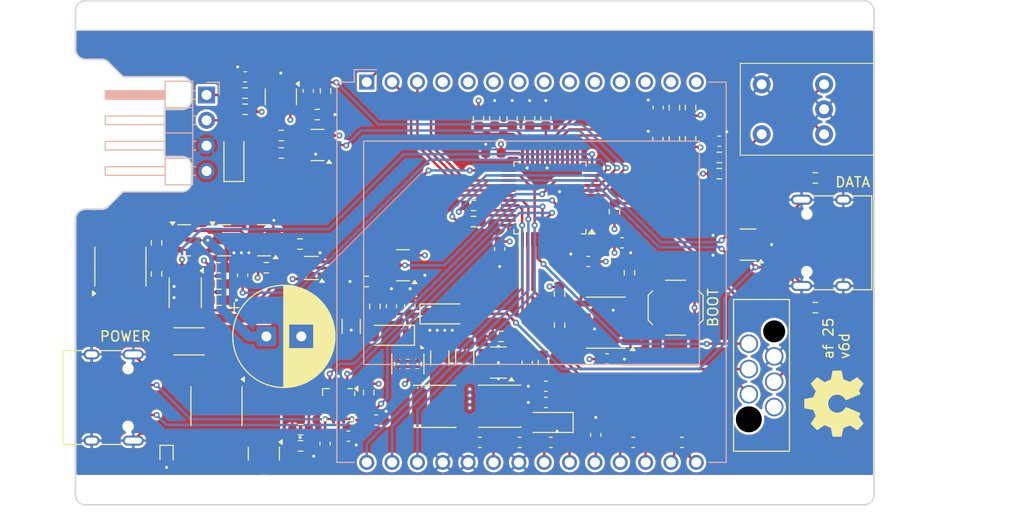
<source format=kicad_pcb>
(kicad_pcb (version 20241229) (generator "pcbnew") (generator_version "9.0")
  (title_block (title "loeti") (date "2025-09-03") (rev "6d") (company "elagil") (comment 1 "Fits Hammond mfg. case 1455C801/1455C802") (comment 2 "USB impedance matched for substrate: JLC04161H-7628"))
  (layers (0 "F.Cu" mixed) (4 "In1.Cu" power) (6 "In2.Cu" power) (2 "B.Cu" mixed) (13 "F.Paste" user) (15 "B.Paste" user) (5 "F.SilkS" user "F.Silkscreen") (7 "B.SilkS" user "B.Silkscreen") (1 "F.Mask" user) (3 "B.Mask" user) (25 "Edge.Cuts" user))
  (net 0 "")
  (net 1 "+3V3")
  (net 2 "GND")
  (net 3 "VDC")
  (net 4 "Net-(D4-COM)")
  (net 5 "/ADC1_IN4")
  (net 6 "Net-(U11--)")
  (net 7 "Net-(U11-+)")
  (net 9 "Net-(D6-K)")
  (net 10 "Net-(J2-D+-PadA6)")
  (net 13 "/UCPD_CC1")
  (net 14 "Net-(Q1-G)")
  (net 15 "Net-(Q2-B)")
  (net 16 "/UCPD_CC2")
  (net 17 "Net-(Q6-G)")
  (net 18 "Net-(Q4-B)")
  (net 19 "/OLED_VCC")
  (net 20 "/SHUNT-")
  (net 21 "Net-(Q2-E)")
  (net 22 "Net-(U5-VBUS_CTRL)")
  (net 23 "Net-(U5-~{FLT})")
  (net 24 "Net-(D8-A)")
  (net 25 "Net-(J2-CC1)")
  (net 26 "/_USB_D_N")
  (net 27 "/USB_D_N")
  (net 28 "/USB_D_P")
  (net 29 "/_USB_D_P")
  (net 30 "/NRST")
  (net 31 "/BOOT0")
  (net 32 "Net-(J2-CC2)")
  (net 33 "/SWO")
  (net 34 "/TMS")
  (net 35 "/OLED_D_C")
  (net 36 "Net-(J2-D--PadA7)")
  (net 37 "/TCK")
  (net 38 "/OLED_NRST")
  (net 40 "/I2C1_SDA")
  (net 41 "/I2C1_SCL")
  (net 42 "/ROT_A")
  (net 43 "/ROT_B")
  (net 44 "/ROT_SW")
  (net 45 "Net-(U2-C1P)")
  (net 46 "Net-(U2-C1N)")
  (net 47 "Net-(U2-C2P)")
  (net 48 "Net-(U2-C2N)")
  (net 49 "Net-(U2-VCOMH)")
  (net 61 "VBUS")
  (net 62 "/CC2")
  (net 63 "/CC1")
  (net 65 "/VREF+")
  (net 67 "/UCPD_DB")
  (net 68 "/ADC2_IN1")
  (net 69 "/SPI2_SCK")
  (net 70 "/SPI2_NSS")
  (net 71 "/SPI2_MOSI")
  (net 72 "/SPI2_MISO")
  (net 73 "/DAC1_OUT1")
  (net 75 "/CURR_ALERT")
  (net 77 "/ADC2_IN2")
  (net 79 "/ADC1_IN3")
  (net 82 "/TC+")
  (net 84 "/HEATER")
  (net 86 "/DET")
  (net 88 "/TIM1_CH1")
  (net 89 "/VDDA")
  (net 93 "+5VP")
  (net 94 "Net-(U8-SW)")
  (net 96 "Net-(R12-Pad2)")
  (net 98 "Net-(R11-Pad2)")
  (net 99 "Net-(R13-Pad2)")
  (net 100 "Net-(R22-Pad1)")
  (net 101 "Net-(U9-OUT)")
  (net 102 "Net-(U10-FB)")
  (footprint "Diode_SMD:D_SOD-123" (layer "F.Cu") (at 122.75 87.25 90)
    (property "Reference" "D5" (hide yes))
    (property "Value" "B5819W SL")
  )
  (footprint "Package_TO_SOT_SMD:SOT-23" (layer "F.Cu") (at 125.767065 95.5 180)
    (property "Reference" "Q4" (hide yes))
    (property "Value" "BC817")
  )
  (footprint "Resistor_SMD:R_0603_1608Metric" (layer "F.Cu") (at 115 95.75 -90)
    (property "Reference" "R18" (hide yes))
    (property "Value" "1k")
  )
  (footprint "Resistor_SMD:R_2010_5025Metric" (layer "F.Cu") (at 118.25 105.625 180)
    (property "Reference" "R27" (hide yes))
    (property "Value" "WSLP2010R0100FEA")
  )
  (footprint "Capacitor_THT:CP_Radial_D10.0mm_P3.50mm" (layer "F.Cu") (at 126 105.125)
    (property "Reference" "C26" (hide yes))
    (property "Value" "82u")
  )
  (footprint "Package_TO_SOT_SMD:SOT-23" (layer "F.Cu") (at 117.767065 95.5)
    (property "Reference" "Q2" (hide yes))
    (property "Value" "BC817")
  )
  (footprint "Package_TO_SOT_SMD:SOT-23" (layer "F.Cu") (at 121.767065 95.5)
    (property "Reference" "Q5" (hide yes))
    (property "Value" "BC807")
  )
  (footprint "Resistor_SMD:R_0603_1608Metric" (layer "F.Cu") (at 126 98.25 180)
    (property "Reference" "R30" (hide yes))
    (property "Value" "10k")
  )
  (footprint "Resistor_SMD:R_0603_1608Metric" (layer "F.Cu") (at 121.25 101.5 180)
    (property "Reference" "R29" (hide yes))
    (property "Value" "25k")
  )
  (footprint "Resistor_SMD:R_0603_1608Metric" (layer "F.Cu") (at 115 98.875 -90)
    (property "Reference" "R21" (hide yes))
    (property "Value" "1")
  )
  (footprint "Package_SO:VSSOP-8_3x3mm_P0.65mm" (layer "F.Cu") (at 117.875 100.75 -90)
    (property "Reference" "U9" (hide yes))
    (property "Value" "INA301A1")
  )
  (footprint "Package_TO_SOT_SMD:SOT-353_SC-70-5" (layer "F.Cu") (at 130.5 98.275 180)
    (property "Reference" "U6" (hide yes))
    (property "Value" "74AHC1G08")
  )
  (footprint "Resistor_SMD:R_0603_1608Metric" (layer "F.Cu") (at 129.375 95.875 180)
    (property "Reference" "R22" (hide yes))
    (property "Value" "1k")
  )
  (footprint "Capacitor_SMD:C_0603_1608Metric" (layer "F.Cu") (at 123.625 99 90)
    (property "Reference" "C33" (hide yes))
    (property "Value" "100n")
  )
  (footprint "Resistor_SMD:R_0603_1608Metric" (layer "F.Cu") (at 121.25 99.875 180)
    (property "Reference" "R28" (hide yes))
    (property "Value" "10k")
  )
  (footprint "Capacitor_SMD:C_0603_1608Metric" (layer "F.Cu") (at 165.25 82.2 90)
    (property "Reference" "C24" (hide yes))
    (property "Value" "100n")
  )
  (footprint "Capacitor_SMD:C_0603_1608Metric" (layer "F.Cu") (at 154 110.125)
    (property "Reference" "C6" (hide yes))
    (property "Value" "1u")
  )
  (footprint "Capacitor_SMD:C_0603_1608Metric" (layer "F.Cu") (at 154.5 115.75 180)
    (property "Reference" "C11" (hide yes))
    (property "Value" "1u")
  )
  (footprint "Capacitor_SMD:C_0603_1608Metric" (layer "F.Cu") (at 140.375 102.1 -90)
    (property "Reference" "C13" (hide yes))
    (property "Value" "1u")
  )
  (footprint "Package_SON:WSON-10-1EP_2x3mm_P0.5mm_EP0.84x2.4mm_ThermalVias" (layer "F.Cu") (at 140.175 107.890661 -90)
    (property "Reference" "U8" (hide yes))
    (property "Value" "TPS62177DQC")
  )
  (footprint "Package_SO:SOIC-8_3.9x4.9mm_P1.27mm" (layer "F.Cu") (at 160 103.75 180)
    (property "Reference" "U3" (hide yes))
    (property "Value" "M24C64-RMN")
  )
  (footprint "Connector_USB:USB_C_Receptacle_HRO_TYPE-C-31-M-12" (layer "F.Cu") (at 182.75 95.75 90)
    (property "Reference" "J2" (hide yes))
    (property "Value" "DATA")
  )
  (footprint "Button_Switch_SMD:SW_SPST_TL3342" (layer "F.Cu") (at 167 102.25 90)
    (property "Reference" "SW1" (hide yes))
    (property "Value" "BOOT")
  )
  (footprint "Inductor_SMD:L_Abracon_ASPI-0425" (layer "F.Cu") (at 149.375 112.125)
    (property "Reference" "L2" (hide yes))
    (property "Value" "LMDND4040WKT100MM")
  )
  (footprint "Diode_SMD:D_SOD-123" (layer "F.Cu") (at 138.475 105.015661 180)
    (property "Reference" "D6" (hide yes))
    (property "Value" "B5819W SL")
  )
  (footprint "Capacitor_SMD:C_0603_1608Metric" (layer "F.Cu") (at 149.375 96.375 -90)
    (property "Reference" "C21" (hide yes))
    (property "Value" "100n")
  )
  (footprint "Resistor_SMD:R_0603_1608Metric" (layer "F.Cu") (at 160.875 92.625 90)
    (property "Reference" "R4" (hide yes))
    (property "Value" "10k")
  )
  (footprint "Resistor_SMD:R_0603_1608Metric" (layer "F.Cu") (at 168.5 85.325 90)
    (property "Reference" "R12" (hide yes))
    (property "Value" "10k")
  )
  (footprint "Resistor_SMD:R_0603_1608Metric" (layer "F.Cu") (at 181 102.25)
    (property "Reference" "R33" (hide yes))
    (property "Value" "5.1k")
  )
  (footprint "Capacitor_SMD:C_0603_1608Metric" (layer "F.Cu") (at 162.75 115.75 180)
    (property "Reference" "C9" (hide yes))
    (property "Value" "1u")
  )
  (footprint "Package_SO:SOIC-8_3.9x4.9mm_P1.27mm" (layer "F.Cu") (at 121 112.125 -90)
    (property "Reference" "Q1" (hide yes))
    (property "Value" "Si4162DY")
  )
  (footprint "Resistor_SMD:R_0603_1608Metric" (layer "F.Cu") (at 136.875 102.125 90)
    (property "Reference" "R5" (hide yes))
    (property "Value" "220k")
  )
  (footprint "Capacitor_SMD:C_0603_1608Metric" (layer "F.Cu") (at 158.25 97.625 180)
    (property "Reference" "C19" (hide yes))
    (property "Value" "100n")
  )
  (footprint "Capacitor_SMD:C_0603_1608Metric" (layer "F.Cu") (at 123.875 79.125 180)
    (property "Reference" "C30" (hide yes))
    (property "Value" "~")
  )
  (footprint "Resistor_SMD:R_0603_1608Metric" (layer "F.Cu") (at 129.425 114.475)
    (property "Reference" "R20" (hide yes))
    (property "Value" "620")
  )
  (footprint "Capacitor_SMD:C_0603_1608Metric" (layer "F.Cu") (at 161.625 95.75)
    (property "Reference" "C20" (hide yes))
    (property "Value" "100n")
  )
  (footprint "Capacitor_SMD:C_0603_1608Metric" (layer "F.Cu") (at 154 83.25 -90)
    (property "Reference" "C15" (hide yes))
    (property "Value" "100n")
  )
  (footprint "Capacitor_SMD:C_0603_1608Metric" (layer "F.Cu") (at 160.125 107.375)
    (property "Reference" "C1" (hide yes))
    (property "Value" "100n")
  )
  (footprint "Package_TO_SOT_SMD:SOT-23-6" (layer "F.Cu") (at 174.25 95.93 180)
    (property "Reference" "U1" (hide yes))
    (property "Value" "USBLC6-2SC6")
  )
  (footprint "Capacitor_SMD:C_0603_1608Metric" (layer "F.Cu") (at 148.875 83.25 -90)
    (property "Reference" "C3" (hide yes))
    (property "Value" "1u")
  )
  (footprint "Resistor_SMD:R_0603_1608Metric" (layer "F.Cu") (at 123.875 82.375 180)
    (property "Reference" "R23" (hide yes))
    (property "Value" "1M")
  )
  (footprint "Capacitor_SMD:C_0603_1608Metric" (layer "F.Cu") (at 152.130936 107.75 90)
    (property "Reference" "C35" (hide yes))
    (property "Value" "22p")
  )
  (footprint "Package_DFN_QFN:QFN-12-1EP_3x3mm_P0.51mm_EP1.45x1.45mm" (layer "F.Cu") (at 133.24 111.96875 -90)
    (property "Reference" "U5" (hide yes))
    (property "Value" "TCPP01-M12")
  )
  (footprint "Capacitor_SMD:C_0603_1608Metric" (layer "F.Cu") (at 131.88 115.875 -90)
    (property "Reference" "C18" (hide yes))
    (property "Value" "330p")
  )
  (footprint "Resistor_SMD:R_0603_1608Metric" (layer "F.Cu") (at 166.875 82.2 90)
    (property "Reference" "R16" (hide yes))
    (property "Value" "10k")
  )
  (footprint "Resistor_SMD:R_0603_1608Metric" (layer "F.Cu") (at 162.375 98.75 -90)
    (property "Reference" "R8" (hide yes))
    (property "Value" "10k")
  )
  (footprint "Resistor_SMD:R_0603_1608Metric" (layer "F.Cu") (at 153.755936 107.75 90)
    (property "Reference" "R31" (hide yes))
    (property "Value" "2M")
  )
  (footprint "Rotary_Encoder:RotaryEncoder_Bourns_Horizontal_PEC09-2xxxF-Sxxxx" (layer "F.Cu") (at 181.875 84.875)
    (property "Reference" "SW2" (hide yes))
    (property "Value" "RotaryEncoder_Switch")
  )
  (footprint "Resistor_SMD:R_0603_1608Metric" (layer "F.Cu") (at 131.1 82.9)
    (property "Reference" "R26" (hide yes))
    (property "Value" "1k")
  )
  (footprint "Resistor_SMD:R_0603_1608Metric" (layer "F.Cu") (at 171.375 87.2)
    (property "Reference" "R15" (hide yes))
    (property "Value" "10k")
  )
  (footprint "Capacitor_SMD:C_0603_1608Metric" (layer "F.Cu") (at 159 115 -90)
    (property "Reference" "C7" (hide yes))
    (property "Value" "100n")
  )
  (footprint "Package_TO_SOT_SMD:SOT-23-5" (layer "F.Cu") (at 149.25 107.75 180)
    (property "Reference" "U10" (hide yes))
    (property "Value" "TPS61040DBV")
  )
  (footprint "Capacitor_SMD:C_0603_1608Metric" (layer "F.Cu") (at 151.375 115.75)
    (property "Reference" "C12" (hide yes))
    (property "Value" "1u")
  )
  (footprint "Inductor_SMD:L_0603_1608Metric" (layer "F.Cu") (at 147.25 83.25 -90)
    (property "Reference" "FB1" (hide yes))
    (property "Value" "600@100MHz")
  )
  (footprint "Resistor_SMD:R_0603_1608Metric" (layer "F.Cu") (at 146.75 92)
    (property "Reference" "R1" (hide yes))
    (property "Value" "33")
  )
  (footprint "Package_TO_SOT_SMD:SOT-23" (layer "F.Cu") (at 131.125 85.95 180)
    (property "Reference" "D2" (hide yes))
    (property "Value" "BAT54S")
  )
  (footprint "Resistor_SMD:R_0603_1608Metric" (layer "F.Cu") (at 166.875 85.325 -90)
    (property "Reference" "R14" (hide yes))
    (property "Value" "10k")
  )
  (footprint "Resistor_SMD:R_0603_1608Metric" (layer "F.Cu") (at 136.255 110.75 -90)
    (property "Reference" "R19" (hide yes))
    (property "Value" "10k")
  )
  (footprint "connector_debug:WR-WST REDFIT IDC 6 DBG" (layer "F.Cu") (at 175.605 109.03 -90)
    (property "Reference" "J1" (hide yes))
    (property "Value" "REDFIT_SWD_6")
  )
  (footprint "Capacitor_SMD:C_0603_1608Metric" (layer "F.Cu") (at 137.005 113.5)
    (property "Reference" "C17" (hide yes))
    (property "Value" "330p")
  )
  (footprint "Capacitor_SMD:C_0603_1608Metric" (layer "F.Cu") (at 150.625 83.25 90)
    (property "Reference" "C4" (hide yes))
    (property "Value" "100n")
  )
  (footprint "Package_TO_SOT_SMD:SOT-23" (layer "F.Cu") (at 139.6875 98 180)
    (property "Reference" "D1" (hide yes))
    (property "Value" "BAT54S")
  )
  (footprint "Resistor_SMD:R_0603_1608Metric" (layer "F.Cu") (at 146.75 93.625)
    (property "Reference" "R2" (hide yes))
    (property "Value" "33")
  )
  (footprint "Diode_SMD:D_SOD-123" (layer "F.Cu") (at 143.75 102.875)
    (property "Reference" "D7" (hide yes))
    (property "Value" "B5819W SL")
  )
  (footprint "Capacitor_SMD:C_0603_1608Metric" (layer "F.Cu") (at 171.375 85.575)
    (property "Reference" "C25" (hide yes))
    (property "Value" "100n")
  )
  (footprint "Capacitor_SMD:C_0603_1608Metric" (layer "F.Cu") (at 147.375 115.75)
    (property "Reference" "C8" (hide yes))
    (property "Value" "100n")
  )
  (footprint "Resistor_SMD:R_0603_1608Metric" (layer "F.Cu") (at 127.5 85 180)
    (property "Reference" "R9" (hide yes))
    (property "Value" "10k")
  )
  (footprint "Resistor_SMD:R_0603_1608Metric" (layer "F.Cu") (at 127.5 86.75)
    (property "Reference" "R10" (hide yes))
    (property "Value" "10k")
  )
  (footprint "Resistor_SMD:R_0603_1608Metric" (layer "F.Cu") (at 131.925 80.525 -90)
    (property "Reference" "R25" (hide yes))
    (property "Value" "220k")
  )
  (footprint "Resistor_SMD:R_0603_1608Metric" (layer "F.Cu") (at 123.875 80.75)
    (property "Reference" "R24" (hide yes))
    (property "Value" "10k")
  )
  (footprint "Connector_USB:USB_C_Receptacle_HRO_TYPE-C-31-M-12" (layer "F.Cu") (at 109.54 111.25 -90)
    (property "Reference" "J3" (hide yes))
    (property "Value" "POWER")
  )
  (footprint "Resistor_SMD:R_0603_1608Metric" (layer "F.Cu") (at 155.375 100.875 90)
    (property "Reference" "R6" (hide yes))
    (property "Value" "10k")
  )
  (footprint "Diode_SMD:ST_QFN-2L_1.6x1.0mm" (layer "F.Cu") (at 116 117 -90)
    (property "Reference" "D3" (hide yes))
    (property "Value" "ESDA25P35-1U1M")
  )
  (footprint "Resistor_SMD:R_0603_1608Metric" (layer "F.Cu") (at 171.375 88.825)
    (property "Reference" "R13" (hide yes))
    (property "Value" "10k")
  )
  (footprint "Resistor_SMD:R_0603_1608Metric" (layer "F.Cu") (at 149.5 105.125 180)
    (property "Reference" "R32" (hide yes))
    (property "Value" "220k")
  )
  (footprint "Package_TO_SOT_SMD:SOT-23-5" (layer "F.Cu") (at 127.45 81.125 -90)
    (property "Reference" "U11" (hide yes))
    (property "Value" "TLV333DBV")
  )
  (footprint "Package_QFP:LQFP-48_7x7mm_P0.5mm" (layer "F.Cu") (at 154.4125 91.25 180)
    (property "Reference" "U4" (hide yes))
    (property "Value" "STM32G431CBTx")
  )
  (footprint "Symbol:OSHW-Symbol_6.7x6mm_SilkScreen" (layer "F.Cu") (at 182.875 111.875 90)
    (property "Reference" "oshw1" (hide yes))
    (property "Value" "Logo_Open_Hardware_Large" (hide yes))
  )
  (footprint "Capacitor_SMD:C_1206_3216Metric" (layer "F.Cu") (at 143.375 107.290661 90)
    (property "Reference" "C31" (hide yes))
    (property "Value" "10u")
  )
  (footprint "Resistor_SMD:R_0603_1608Metric" (layer "F.Cu") (at 181 89.25)
    (property "Reference" "R34" (hide yes))
    (property "Value" "5.1k")
  )
  (footprint "Capacitor_SMD:C_0603_1608Metric" (layer "F.Cu") (at 167.625 115.75)
    (property "Reference" "C10" (hide yes))
    (property "Value" "1u")
  )
  (footprint "Resistor_SMD:R_0603_1608Metric" (layer "F.Cu") (at 129.425 116.1 180)
    (property "Reference" "R17" (hide yes))
    (property "Value" "10k")
  )
  (footprint "Capacitor_SMD:C_0603_1608Metric" (layer "F.Cu") (at 121.25 98.25)
    (property "Reference" "C34" (hide yes))
    (property "Value" "100n")
  )
  (footprint "Capacitor_SMD:C_1206_3216Metric" (layer "F.Cu") (at 134.5 104.125 -90)
    (property "Reference" "C27" (hide yes))
    (property "Value" "10u")
  )
  (footprint "Resistor_SMD:R_0603_1608Metric" (layer "F.Cu") (at 155.375 104 -90)
    (property "Reference" "R3" (hide yes))
    (property "Value" "10k")
  )
  (footprint "Diode_SMD:D_SOD-123" (layer "F.Cu") (at 154.375 113.75 180)
    (property "Reference" "D8" (hide yes))
    (property "Value" "B5819W SL")
  )
  (footprint "Capacitor_SMD:C_0603_1608Metric" (layer "F.Cu") (at 134.225 115.125 180)
    (property "Reference" "C28" (hide yes))
    (property "Value" "100n")
  )
  (footprint "Resistor_SMD:R_0603_1608Metric" (layer "F.Cu") (at 168.5 82.2 90)
    (property "Reference" "R11" (hide yes))
    (property "Value" "10k")
  )
  (footprint "Capacitor_SMD:C_0603_1608Metric" (layer "F.Cu") (at 152.375 83.25 -90)
    (property "Reference" "C16" (hide yes))
    (property "Value" "1u")
  )
  (footprint "Capacitor_SMD:C_0603_1608Metric" (layer "F.Cu") (at 154 111.75)
    (property "Reference" "C5" (hide yes))
    (property "Value" "1u")
  )
  (footprint "Capacitor_SMD:C_1206_3216Metric" (layer "F.Cu") (at 145.875 107.290661 90)
    (property "Reference" "C32" (hide yes))
    (property "Value" "10u")
  )
  (footprint "Package_SO:SOIC-8_3.9x4.9mm_P1.27mm" (layer "F.Cu") (at 111.375 98.125 90)
    (property "Reference" "Q6" (hide yes))
    (property "Value" "Si4425FDY")
  )
  (footprint "Capacitor_SMD:C_0603_1608Metric" (layer "F.Cu") (at 148.75 86.75 180)
    (property "Reference" "C22" (hide yes))
    (property "Value" "100n")
  )
  (footprint "Capacitor_SMD:C_0603_1608Metric" (layer "F.Cu") (at 130.2 80.525 -90)
    (property "Reference" "C29" (hide yes))
    (property "Value" "330p")
  )
  (footprint "Capacitor_SMD:C_0603_1608Metric" (layer "F.Cu") (at 165.23 85.325 90)
    (property "Reference" "C23" (hide yes))
    (property "Value" "100n")
  )
  (footprint "Resistor_SMD:R_0603_1608Metric" (layer "F.Cu") (at 136 99.625)
    (property "Reference" "R7" (hide yes))
    (property "Value" "33k")
  )
  (footprint "Package_TO_SOT_SMD:SOT-23" (layer "F.Cu") (at 125.75 116.875 -90)
    (property "Reference" "D4" (hide yes))
    (property "Value" "BAT54S")
  )
  (footprint "Inductor_SMD:L_Abracon_ASPI-0425" (layer "F.Cu") (at 142.875 112.140661)
    (property "Reference" "L1" (hide yes))
    (property "Value" "LMDND4040WKT100MM")
  )
  (footprint "Capacitor_SMD:C_0603_1608Metric" (layer "F.Cu") (at 138.53 102.1 -90)
    (property "Reference" "C14" (hide yes))
    (property "Value" "1u")
  )
  (footprint "Connector_PinHeader_2.54mm:PinHeader_1x04_P2.54mm_Horizontal" (layer "B.Cu") (at 120.01 80.94 180)
    (property "Reference" "J4" (hide yes))
    (property "Value" "Conn_01x04_Pin")
  )
  (footprint "display_visions:EA_OLEDS102-6" (layer "B.Cu") (at 152.565 98.7 -90)
    (property "Reference" "U2" (hide yes))
    (property "Value" "EA_OLEDS102-6")
  )
  (gr_line (start 106.875 93.375) (end 106.875 121) (stroke (width 0.15)) (layer "Edge.Cuts"))
  (gr_line (start 115.775 87.125) (end 117.5 87.125) (stroke (width 0.15)) (layer "Edge.Cuts"))
  (gr_line (start 118.5 80.125) (end 118.5 81.375) (stroke (width 0.15)) (layer "Edge.Cuts"))
  (gr_line (start 106.875 72.5) (end 106.875 76.375) (stroke (width 0.15)) (layer "Edge.Cuts"))
  (gr_line (start 186.875 121) (end 186.875 72.5) (stroke (width 0.15)) (layer "Edge.Cuts"))
  (gr_arc (start 118.5 81.375) (mid 118.207107 82.082107) (end 117.5 82.375) (stroke (width 0.15)) (layer "Edge.Cuts"))
  (gr_line (start 118.5 88.125) (end 118.5 89.625) (stroke (width 0.15)) (layer "Edge.Cuts"))
  (gr_arc (start 185.875 71.5) (mid 186.582107 71.792893) (end 186.875 72.5) (stroke (width 0.15)) (layer "Edge.Cuts"))
  (gr_line (start 107.875 77.375) (end 109.460786 77.375) (stroke (width 0.15)) (layer "Edge.Cuts"))
  (gr_line (start 111.625 90.625) (end 110.167893 92.082107) (stroke (width 0.15)) (layer "Edge.Cuts"))
  (gr_line (start 185.875 71.5) (end 107.875 71.5) (stroke (width 0.15)) (layer "Edge.Cuts"))
  (gr_arc (start 117.5 87.125) (mid 118.207107 87.417893) (end 118.5 88.125) (stroke (width 0.15)) (layer "Edge.Cuts"))
  (gr_arc (start 186.875 121) (mid 186.582107 121.707107) (end 185.875 122) (stroke (width 0.15)) (layer "Edge.Cuts"))
  (gr_arc (start 107.875 122) (mid 107.167893 121.707107) (end 106.875 121) (stroke (width 0.15)) (layer "Edge.Cuts"))
  (gr_arc (start 118.5 89.625) (mid 118.207107 90.332107) (end 117.5 90.625) (stroke (width 0.15)) (layer "Edge.Cuts"))
  (gr_line (start 117.5 82.375) (end 115.775 82.375) (stroke (width 0.15)) (layer "Edge.Cuts"))
  (gr_arc (start 107.875 77.375) (mid 107.167893 77.082107) (end 106.875 76.375) (stroke (width 0.15)) (layer "Edge.Cuts"))
  (gr_arc (start 110.167893 92.082107) (mid 109.843469 92.298875) (end 109.460786 92.375) (stroke (width 0.15)) (layer "Edge.Cuts"))
  (gr_arc (start 106.875 93.375) (mid 107.167893 92.667893) (end 107.875 92.375) (stroke (width 0.15)) (layer "Edge.Cuts"))
  (gr_arc (start 109.460786 77.375) (mid 109.843469 77.45112) (end 110.167893 77.667893) (stroke (width 0.15)) (layer "Edge.Cuts"))
  (gr_line (start 117.5 90.625) (end 111.625 90.625) (stroke (width 0.15)) (layer "Edge.Cuts"))
  (gr_line (start 107.875 122) (end 185.875 122) (stroke (width 0.15)) (layer "Edge.Cuts"))
  (gr_arc (start 117.5 79.125) (mid 118.207107 79.417893) (end 118.5 80.125) (stroke (width 0.15)) (layer "Edge.Cuts"))
  (gr_line (start 107.875 92.375) (end 109.460786 92.375) (stroke (width 0.15)) (layer "Edge.Cuts"))
  (gr_line (start 111.625 79.125) (end 110.167893 77.667893) (stroke (width 0.15)) (layer "Edge.Cuts"))
  (gr_arc (start 106.875 72.5) (mid 107.167893 71.792893) (end 107.875 71.5) (stroke (width 0.15)) (layer "Edge.Cuts"))
  (gr_line (start 115.775 82.375) (end 115.775 87.125) (stroke (width 0.15)) (layer "Edge.Cuts"))
  (gr_line (start 117.5 79.125) (end 111.625 79.125) (stroke (width 0.15)) (layer "Edge.Cuts"))
  (gr_text "af 25\nv6d" (at 184.5 107.5 90) (layer "F.SilkS") (effects (font (size 1 1)) (justify left bottom)))
  (segment (start 168.9 99.1) (end 168.9 102.25) (width 0.25) (layer "F.Cu") (net 1))
  (segment (start 160 97.625) (end 159.025 97.625) (width 0.25) (layer "F.Cu") (net 1))
  (segment (start 158.575 94.7) (end 159.625 95.75) (width 0.25) (layer "F.Cu") (net 1))
  (segment (start 159.025 96.525) (end 157.9125 95.4125) (width 0.25) (layer "F.Cu") (net 1))
  (segment (start 158.83 105.705) (end 157.475 105.705) (width 0.25) (layer "F.Cu") (net 1))
  (segment (start 118.85 98.6375) (end 119.2375 98.25) (width 0.25) (layer "F.Cu") (net 1))
  (segment (start 168.5 83.025) (end 169.425 83.025) (width 0.25) (layer "F.Cu") (net 1))
  (segment (start 159.025 97.625) (end 159.025 96.525) (width 0.25) (layer "F.Cu") (net 1))
  (segment (start 141.175 108.890661) (end 143.25 108.890661) (width 0.25) (layer "F.Cu") (net 1))
  (segment (start 160.875 93.45) (end 160.875 94.375) (width 0.25) (layer "F.Cu") (net 1))
  (segment (start 136.255 109.925) (end 135.55 109.925) (width 0.25) (layer "F.Cu") (net 1))
  (segment (start 139.875 109.890661) (end 140.175 109.590661) (width 0.25) (layer "F.Cu") (net 1))
  (segment (start 148.15 115.75) (end 148.755 116.355) (width 0.25) (layer "F.Cu") (net 1))
  (segment (start 159.35 106.225) (end 158.83 105.705) (width 0.25) (layer "F.Cu") (net 1))
  (segment (start 155.25 100.175) (end 154.425 100.175) (width 0.25) (layer "F.Cu") (net 1))
  (segment (start 158.375 107.405) (end 159.32 107.405) (width 0.25) (layer "F.Cu") (net 1))
  (segment (start 149.525 85.9) (end 149.525 86.6) (width 0.25) (layer "F.Cu") (net 1))
  (segment (start 119.75 97.525) (end 120.475 98.25) (width 0.25) (layer "F.Cu") (net 1))
  (segment (start 128.525 85) (end 133.3125 85) (width 0.25) (layer "F.Cu") (net 1))
  (segment (start 150.25 94.725) (end 150.25 94) (width 0.25) (layer "F.Cu") (net 1))
  (segment (start 133.3125 85) (end 132.0625 85) (width 0.25) (layer "F.Cu") (net 1))
  (segment (start 125.125 99.25) (end 125.175 99.2) (width 0.25) (layer "F.Cu") (net 1))
  (segment (start 157.9125 95.4125) (end 157.1625 95.4125) (width 0.25) (layer "F.Cu") (net 1))
  (segment (start 128.625 99.375) (end 129.1 99.375) (width 0.25) (layer "F.Cu") (net 1))
  (segment (start 169.425 83.025) (end 169.5 82.95) (width 0.25) (layer "F.Cu") (net 1))
  (segment (start 156.205 105.655) (end 155.375 104.825) (width 0.25) (layer "F.Cu") (net 1))
  (segment (start 168.9 102.25) (end 168.9 105.4) (width 0.25) (layer "F.Cu") (net 1))
  (segment (start 150.375 95.625) (end 149.4 95.625) (width 0.25) (layer "F.Cu") (net 1))
  (segment (start 125.175 99.2) (end 125.175 98.25) (width 0.25) (layer "F.Cu") (net 1))
  (segment (start 119.2375 98.25) (end 120.475 98.25) (width 0.25) (layer "F.Cu") (net 1))
  (segment (start 169.45 86.15) (end 169.5 86.2) (width 0.25) (layer "F.Cu") (net 1))
  (segment (start 140.175 109.590661) (end 140.175 108.890661) (width 0.25) (layer "F.Cu") (net 1))
  (segment (start 170.55 88.825) (end 169.75 88.825) (width 0.25) (layer "F.Cu") (net 1))
  (segment (start 158.575 94) (end 158.575 94.7) (width 0.25) (layer "F.Cu") (net 1))
  (segment (start 157.525 105.655) (end 156.205 105.655) (width 0.25) (layer "F.Cu") (net 1))
  (segment (start 147.25 81.5) (end 147.25 82.4625) (width 0.25) (layer "F.Cu") (net 1))
  (segment (start 148.755 116.355) (end 148.755 117.75) (width 0.25) (layer "F.Cu") (net 1))
  (segment (start 149.375 95.6) (end 150.25 94.725) (width 0.25) (layer "F.Cu") (net 1))
  (segment (start 125.525 82.625) (end 124.95 82.625) (width 0.25) (layer "F.Cu") (net 1))
  (segment (start 160.875 96.75) (end 160.875 95.775) (width 0.25) (layer "F.Cu") (net 1))
  (segment (start 149.5 85.875) (end 149.525 85.9) (width 0.25) (layer "F.Cu") (net 1))
  (segment (start 149.525 86.75) (end 151.325 86.75) (width 0.25) (layer "F.Cu") (net 1))
  (segment (start 154.425 100.175) (end 154.375 100.125) (width 0.25) (layer "F.Cu") (net 1))
  (segment (start 141.875 97) (end 140.675 97) (width 0.25) (layer "F.Cu") (net 1))
  (segment (start 129.1 99.375) (end 129.55 98.925) (width 0.25) (layer "F.Cu") (net 1))
  (segment (start 135.55 109.925) (end 134.6775 110.7975) (width 0.25) (layer "F.Cu") (net 1))
  (segment (start 137.25 109.875) (end 136.305 109.875) (width 0.25) (layer "F.Cu") (net 1))
  (segment (start 159 117.54) (end 159 115.775) (width 0.25) (layer "F.Cu") (net 1))
  (segment (start 134.6775 110.7975) (end 134.6775 111.45875) (width 0.25) (layer "F.Cu") (net 1))
  (segment (start 159.625 95.75) (end 160.85 95.75) (width 0.25) (layer "F.Cu") (net 1))
  (segment (start 168.5 86.15) (end 169.45 86.15) (width 0.25) (layer "F.Cu") (net 1))
  (segment (start 151.325 86.75) (end 151.6625 87.0875) (width 0.25) (layer "F.Cu") (net 1))
  (segment (start 159.35 107.375) (end 159.35 106.225) (width 0.25) (layer "F.Cu") (net 1))
  (segment (start 128.4 83.425) (end 128.4 82.2625) (width 0.25) (layer "F.Cu") (net 1))
  (via (at 169.75 88.825) (size 0.6) (drill 0.3) (layers "F.Cu" "B.Cu") (net 1))
  (via (at 146.375 111.040661) (size 0.6) (drill 0.3) (layers "F.Cu" "B.Cu") (net 1))
  (via (at 146.375 112.290661) (size 0.6) (drill 0.3) (layers "F.Cu" "B.Cu") (net 1))
  (via (at 147.25 81.5) (size 0.6) (drill 0.3) (layers "F.Cu" "B.Cu") (net 1))
  (via (at 149.5 85.875) (size 0.6) (drill 0.3) (layers "F.Cu" "B.Cu") (net 1))
  (via (at 137.25 109.875) (size 0.6) (drill 0.3) (layers "F.Cu" "B.Cu") (net 1))
  (via (at 160.875 94.375) (size 0.6) (drill 0.3) (layers "F.Cu" "B.Cu") (net 1))
  (via (at 168.9 102.25) (size 0.6) (drill 0.3) (layers "F.Cu" "B.Cu") (net 1))
  (via (at 160.875 96.75) (size 0.6) (drill 0.3) (layers "F.Cu" "B.Cu") (net 1))
  (via (at 128.625 99.375) (size 0.6) (drill 0.3) (layers "F.Cu" "B.Cu") (net 1))
  (via (at 146.375 110.415661) (size 0.6) (drill 0.3) (layers "F.Cu" "B.Cu") (net 1))
  (via (at 160 97.625) (size 0.6) (drill 0.3) (layers "F.Cu" "B.Cu") (net 1))
  (via (at 139.875 109.890661) (size 0.6) (drill 0.3) (layers "F.Cu" "B.Cu") (net 1))
  (via (at 141.875 97) (size 0.6) (drill 0.3) (layers "F.Cu" "B.Cu") (net 1))
  (via (at 146.375 111.665661) (size 0.6) (drill 0.3) (layers "F.Cu" "B.Cu") (net 1))
  (via (at 154.375 100.125) (size 0.6) (drill 0.3) (layers "F.Cu" "B.Cu") (net 1))
  (via (at 119.75 97.525) (size 0.6) (drill 0.3) (layers "F.Cu" "B.Cu") (net 1))
  (via (at 125.525 82.625) (size 0.6) (drill 0.3) (layers "F.Cu" "B.Cu") (net 1))
  (via (at 125.125 99.25) (size 0.6) (drill 0.3) (layers "F.Cu" "B.Cu") (net 1))
  (via (at 150.375 95.625) (size 0.6) (drill 0.3) (layers "F.Cu" "B.Cu") (net 1))
  (via (at 169.5 86.2) (size 0.6) (drill 0.3) (layers "F.Cu" "B.Cu") (net 1))
  (via (at 128.4 83.425) (size 0.6) (drill 0.3) (layers "F.Cu" "B.Cu") (net 1))
  (via (at 169.5 82.95) (size 0.6) (drill 0.3) (layers "F.Cu" "B.Cu") (net 1))
  (via (at 133.3125 85) (size 0.6) (drill 0.3) (layers "F.Cu" "B.Cu") (net 1))
  (via (at 158.375 107.405) (size 0.6) (drill 0.3) (layers "F.Cu" "B.Cu") (net 1))
  (segment (start 113.585 114.655) (end 112.67 115.57) (width 0.25) (layer "F.Cu") (net 2))
  (segment (start 178.955 92.345) (end 179.62 91.68) (width 0.25) (layer "F.Cu") (net 2))
  (segment (start 139.175 106.890661) (end 139.175 107.840661) (width 0.25) (layer "F.Cu") (net 2))
  (segment (start 141.175 106.890661) (end 141.175 107.840661) (width 0.25) (layer "F.Cu") (net 2))
  (segment (start 178.955 99.155) (end 179.62 99.82) (width 0.25) (layer "F.Cu") (net 2))
  (segment (start 133.225 109.125) (end 133.24 109.14) (width 0.25) (layer "F.Cu") (net 2))
  (segment (start 133.24 109.14) (end 133.24 110.53125) (width 0.25) (layer "F.Cu") (net 2))
  (segment (start 148.625 94) (end 149.125 93.5) (width 0.25) (layer "F.Cu") (net 2))
  (segment (start 133.24 110.53125) (end 133.24 111.96875) (width 0.25) (layer "F.Cu") (net 2))
  (segment (start 139.175 108.890661) (end 139.175 107.940661) (width 0.25) (layer "F.Cu") (net 2))
  (segment (start 139.675 107.390661) (end 140.175 107.890661) (width 0.25) (layer "F.Cu") (net 2))
  (segment (start 175.3875 95.93) (end 176.625 95.93) (width 0.25) (layer "F.Cu") (net 2))
  (segment (start 113.585 107.845) (end 112.67 106.93) (width 0.25) (layer "F.Cu") (net 2))
  (segment (start 139.675 106.890661) (end 139.675 107.390661) (width 0.25) (layer "F.Cu") (net 2))
  (segment (start 150.25 93.5) (end 149.125 93.5) (width 0.25) (layer "F.Cu") (net 2))
  (via (at 154.125 88.25) (size 0.6) (drill 0.3) (layers "F.Cu" "B.Cu") (net 2))
  (via (at 155.125 114.625) (size 0.6) (drill 0.3) (layers "F.Cu" "B.Cu") (net 2))
  (via (at 143.125 104.515661) (size 0.6) (drill 0.3) (layers "F.Cu" "B.Cu") (net 2))
  (via (at 147.975 85.875) (size 0.6) (drill 0.3) (layers "F.Cu" "B.Cu") (net 2))
  (via (at 160.75 102.5) (size 0.6) (drill 0.3) (layers "F.Cu" "B.Cu") (net 2))
  (via (at 161.875 107.405) (size 0.6) (drill 0.3) (layers "F.Cu" "B.Cu") (net 2))
  (via (at 164.25 84.575) (size 0.6) (drill 0.3) (layers "F.Cu" "B.Cu") (net 2))
  (via (at 134.5 104.5) (size 0.6) (drill 0.3) (layers "F.Cu" "B.Cu") (net 2))
  (via (at 133.225 109.125) (size 0.6) (drill 0.3) (layers "F.Cu" "B.Cu") (net 2))
  (via (at 143.875 104.515661) (size 0.6) (drill 0.3) (layers "F.Cu" "B.Cu") (net 2))
  (via (at 127.45 78.75) (size 0.6) (drill 0.3) (layers "F.Cu" "B.Cu") (net 2))
  (via (at 140.405 100.35) (size 0.6) (drill 0.3) (layers "F.Cu" "B.Cu") (net 2))
  (via (at 176.625 95.93) (size 0.6) (drill 0.3) (layers "F.Cu" "B.Cu") (net 2))
  (via (at 164.25 81.45) (size 0.6) (drill 0.3) (layers "F.Cu" "B.Cu") (net 2))
  (via (at 124.25 96.75) (size 0.6) (drill 0.3) (layers "F.Cu" "B.Cu") (net 2))
  (via (at 138 112.625) (size 0.6) (drill 0.3) (layers "F.Cu" "B.Cu") (net 2))
  (via (at 116.75 101.25) (size 0.6) (drill 0.3) (layers "F.Cu" "B.Cu") (net 2))
  (via (at 156.5 96.875) (size 0.6) (drill 0.3) (layers "F.Cu" "B.Cu") (net 2))
  (via (at 149.25 109.375) (size 0.6) (drill 0.3) (layers "F.Cu" "B.Cu") (net 2))
  (via (at 123.5 96.75) (size 0.6) (drill 0.3) (layers "F.Cu" "B.Cu") (net 2))
  (via (at 130.75 117.125) (size 0.6) (drill 0.3) (layers "F.Cu" "B.Cu") (net 2))
  (via (at 131.375 96.75) (size 0.6) (drill 0.3) (layers "F.Cu" "B.Cu") (net 2))
  (via (at 116.75 100.125) (size 0.6) (drill 0.3) (layers "F.Cu" "B.Cu") (net 2))
  (via (at 149.375 98.125) (size 0.6) (drill 0.3) (layers "F.Cu" "B.Cu") (net 2))
  (via (at 129.375 115.25) (size 0.6) (drill 0.3) (layers "F.Cu" "B.Cu") (net 2))
  (via (at 126.75 93.5) (size 0.6) (drill 0.3) (layers "F.Cu" "B.Cu") (net 2))
  (via (at 122.75 96.75) (size 0.6) (drill 0.3) (layers "F.Cu" "B.Cu") (net 2))
  (via (at 123 101.5) (size 0.6) (drill 0.3) (layers "F.Cu" "B.Cu") (net 2))
  (via (at 141.875 99) (size 0.6) (drill 0.3) (layers "F.Cu" "B.Cu") (net 2))
  (via (at 135 116) (size 0.6) (drill 0.3) (layers "F.Cu" "B.Cu") (net 2))
  (via (at 132.875 82.9) (size 0.6) (drill 0.3) (layers "F.Cu" "B.Cu") (net 2))
  (via (at 149.25 107.75) (size 0.6) (drill 0.3) (layers "F.Cu" "B.Cu") (net 2))
  (via (at 148.875 81.5) (size 0.6) (drill 0.3) (layers "F.Cu" "B.Cu") (net 2))
  (via (at 170.75 97) (size 0.6) (drill 0.3) (layers "F.Cu" "B.Cu") (net 2))
  (via (at 155.375 90.625) (size 0.6) (drill 0.3) (layers "F.Cu" "B.Cu") (net 2))
  (via (at 144.625 104.515661) (size 0.6) (drill 0.3) (layers "F.Cu" "B.Cu") (net 2))
  (via (at 138.53 100.35) (size 0.6) (drill 0.3) (layers "F.Cu" "B.Cu") (net 2))
  (via (at 152.375 81.5) (size 0.6) (drill 0.3) (layers "F.Cu" "B.Cu") (net 2))
  (via (at 142.375 104.515661) (size 0.6) (drill 0.3) (layers "F.Cu" "B.Cu") (net 2))
  (via (at 170.75 95) (size 0.6) (drill 0.3) (layers "F.Cu" "B.Cu") (net 2))
  (via (at 116 118.25) (size 0.6) (drill 0.3) (layers "F.Cu" "B.Cu") (net 2))
  (via (at 154 81.5) (size 0.6) (drill 0.3) (layers "F.Cu" "B.Cu") (net 2))
  (via (at 123.125 78.125) (size 0.6) (drill 0.3) (layers "F.Cu" "B.Cu") (net 2))
  (via (at 152.25 111.75) (size 0.6) (drill 0.3) (layers "F.Cu" "B.Cu") (net 2))
  (via (at 162.5 96.75) (size 0.6) (drill 0.3) (layers "F.Cu" "B.Cu") (net 2))
  (via (at 159 113.25) (size 0.6) (drill 0.3) (layers "F.Cu" "B.Cu") (net 2))
  (via (at 149.25 106.125) (size 0.6) (drill 0.3) (layers "F.Cu" "B.Cu") (net 2))
  (via (at 134.375 99.625) (size 0.6) (drill 0.3) (layers "F.Cu" "B.Cu") (net 2))
  (via (at 130.9375 86.875) (size 0.6) (drill 0.3) (layers "F.Cu" "B.Cu") (net 2))
  (via (at 152.25 110.125) (size 0.6) (drill 0.3) (layers "F.Cu" "B.Cu") (net 2))
  (via (at 152.125 88.25) (size 0.6) (drill 0.3) (layers "F.Cu" "B.Cu") (net 2))
  (via (at 150.625 81.5) (size 0.6) (drill 0.3) (layers "F.Cu" "B.Cu") (net 2))
  (via (at 172.125 84.625) (size 0.6) (drill 0.3) (layers "F.Cu" "B.Cu") (net 2))
  (via (at 158.875 104.375) (size 0.6) (drill 0.3) (layers "F.Cu" "B.Cu") (net 2))
  (segment (start 126 110) (end 126 105.125) (width 0.25) (layer "F.Cu") (net 3))
  (segment (start 131.8025 111.45875) (end 127.45875 111.45875) (width 0.25) (layer "F.Cu") (net 3))
  (segment (start 118.704565 95.5) (end 120.125 95.5) (width 0.2) (layer "F.Cu") (net 3))
  (segment (start 118.85 103.2375) (end 118.85 105.225) (width 0.25) (layer "F.Cu") (net 3))
  (segment (start 134.5 102.65) (end 128.475 102.65) (width 1) (layer "F.Cu") (net 3))
  (segment (start 127.45875 111.45875) (end 126 110) (width 0.25) (layer "F.Cu") (net 3))
  (segment (start 119.25 105.625) (end 120.6875 105.625) (width 0.25) (layer "F.Cu") (net 3))
  (segment (start 136.8 102.875) (end 134.725 102.875) (width 0.25) (layer "F.Cu") (net 3))
  (segment (start 136.8 102.875) (end 136.8 104.990661) (width 0.25) (layer "F.Cu") (net 3))
  (segment (start 115 96.575) (end 116.075 95.5) (width 0.2) (layer "F.Cu") (net 3))
  (segment (start 116.075 95.5) (end 118.704565 95.5) (width 0.2) (layer "F.Cu") (net 3))
  (segment (start 128.475 102.65) (end 126 105.125) (width 1) (layer "F.Cu") (net 3))
  (segment (start 118.85 105.225) (end 119.25 105.625) (width 0.25) (layer "F.Cu") (net 3))
  (via (at 120.125 95.5) (size 0.6) (drill 0.3) (layers "F.Cu" "B.Cu") (net 3))
  (segment (start 121.5 102.375) (end 124.25 105.125) (width 1) (layer "B.Cu") (net 3))
  (segment (start 124.25 105.125) (end 126.125 105.125) (width 1) (layer "B.Cu") (net 3))
  (segment (start 121.5 102.375) (end 121.5 96.875) (width 1) (layer "B.Cu") (net 3))
  (segment (start 121.5 96.875) (end 120.125 95.5) (width 1) (layer "B.Cu") (net 3))
  (segment (start 125.75 117.8125) (end 132.6875 117.8125) (width 0.25) (layer "F.Cu") (net 4))
  (segment (start 133.45 117.05) (end 133.45 115.125) (width 0.25) (layer "F.Cu") (net 4))
  (segment (start 133.24 113.40625) (end 133.24 114.91375) (width 0.25) (layer "F.Cu") (net 4))
  (segment (start 132.6875 117.8125) (end 133.45 117.05) (width 0.25) (layer "F.Cu") (net 4))
  (segment (start 122.075 99.875) (end 123.525 99.875) (width 0.25) (layer "F.Cu") (net 5))
  (segment (start 123.625 100.75) (end 123.625 99.775) (width 0.25) (layer "F.Cu") (net 5))
  (segment (start 160.25 88.25) (end 159.5 89) (width 0.25) (layer "F.Cu") (net 5))
  (segment (start 159.5 89) (end 158.575 89) (width 0.25) (layer "F.Cu") (net 5))
  (via (at 160.25 88.25) (size 0.6) (drill 0.3) (layers "F.Cu" "B.Cu") (net 5))
  (via (at 123.625 100.75) (size 0.6) (drill 0.3) (layers "F.Cu" "B.Cu") (net 5))
  (segment (start 142.323 87.427) (end 159.427 87.427) (width 0.25) (layer "B.Cu") (net 5))
  (segment (start 142.323 87.427) (end 129 100.75) (width 0.25) (layer "B.Cu") (net 5))
  (segment (start 159.427 87.427) (end 160.25 88.25) (width 0.25) (layer "B.Cu") (net 5))
  (segment (start 123.625 100.75) (end 129 100.75) (width 0.25) (layer "B.Cu") (net 5))
  (segment (start 130.075 81.125) (end 127.6375 81.125) (width 0.25) (layer "F.Cu") (net 6))
  (segment (start 127.6375 81.125) (end 126.5 82.2625) (width 0.25) (layer "F.Cu") (net 6))
  (segment (start 130.2 81.3) (end 131.875 81.3) (width 0.25) (layer "F.Cu") (net 6))
  (segment (start 130.2 81.3) (end 130.2 83) (width 0.25) (layer "F.Cu") (net 6))
  (segment (start 126.3875 80.125) (end 125.325 80.125) (width 0.25) (layer "F.Cu") (net 7))
  (segment (start 124.7 80.75) (end 124.7 79.175) (width 0.25) (layer "F.Cu") (net 7))
  (segment (start 125.325 80.125) (end 124.7 80.75) (width 0.25) (layer "F.Cu") (net 7))
  (segment (start 140.175 106.890661) (end 140.675 106.890661) (width 0.25) (layer "F.Cu") (net 9))
  (segment (start 140.125 105.015661) (end 140.125 103.125) (width 0.25) (layer "F.Cu") (net 9))
  (segment (start 138.53 102.875) (end 142.1 102.875) (width 0.25) (layer "F.Cu") (net 9))
  (segment (start 140.175 106.890661) (end 140.175 105.065661) (width 0.25) (layer "F.Cu") (net 9))
  (segment (start 177.375 95.68) (end 177.375 95) (width 0.25) (layer "F.Cu") (net 10))
  (segment (start 178.705 96) (end 177.695 96) (width 0.25) (layer "F.Cu") (net 10))
  (segment (start 177.375 95) (end 175.4075 95) (width 0.25) (layer "F.Cu") (net 10))
  (segment (start 177.695 96) (end 177.375 95.68) (width 0.25) (layer "F.Cu") (net 10))
  (segment (start 178.705 95) (end 177.375 95) (width 0.25) (layer "F.Cu") (net 10))
  (segment (start 132.35 109.375) (end 132.73 109.755) (width 0.25) (layer "F.Cu") (net 13))
  (segment (start 154.6625 93.8375) (end 154.6625 95.4125) (width 0.25) (layer "F.Cu") (net 13))
  (segment (start 154.625 91.5) (end 155.375 92.25) (width 0.25) (layer "F.Cu") (net 13))
  (segment (start 132.35 108.875) (end 132.35 109.375) (width 0.25) (layer "F.Cu") (net 13))
  (segment (start 155.375 93.125) (end 154.6625 93.8375) (width 0.25) (layer "F.Cu") (net 13))
  (segment (start 155.375 92.25) (end 155.375 93.125) (width 0.25) (layer "F.Cu") (net 13))
  (segment (start 132.73 109.755) (end 132.73 110.53125) (width 0.25) (layer "F.Cu") (net 13))
  (via (at 132.35 108.875) (size 0.6) (drill 0.3) (layers "F.Cu" "B.Cu") (net 13))
  (via (at 154.625 91.5) (size 0.6) (drill 0.3) (layers "F.Cu" "B.Cu") (net 13))
  (segment (start 134.75 107.875) (end 133.35 107.875) (width 0.25) (layer "B.Cu") (net 13))
  (segment (start 151.125 91.5) (end 134.75 107.875) (width 0.25) (layer "B.Cu") (net 13))
  (segment (start 133.35 107.875) (end 132.35 108.875) (width 0.25) (layer "B.Cu") (net 13))
  (segment (start 154.625 91.5) (end 151.125 91.5) (width 0.25) (layer "B.Cu") (net 13))
  (segment (start 131.8025 111.96875) (end 120.09375 111.96875) (width 0.25) (layer "F.Cu") (net 14))
  (segment (start 120.09375 111.96875) (end 119.095 110.97) (width 0.25) (layer "F.Cu") (net 14))
  (segment (start 119.095 110.97) (end 119.095 109.65) (width 0.25) (layer "F.Cu") (net 14))
  (segment (start 120.829565 94.55) (end 116.829565 94.55) (width 0.25) (layer "F.Cu") (net 15))
  (segment (start 124.5 95.625) (end 123.425 94.55) (width 0.25) (layer "F.Cu") (net 15))
  (segment (start 116.829565 94.55) (end 115.375 94.55) (width 0.25) (layer "F.Cu") (net 15))
  (segment (start 123.425 94.55) (end 120.829565 94.55) (width 0.25) (layer "F.Cu") (net 15))
  (segment (start 115.375 94.55) (end 115 94.925) (width 0.25) (layer "F.Cu") (net 15))
  (segment (start 134.1 108.875) (end 134.1 109.375) (width 0.25) (layer "F.Cu") (net 16))
  (segment (start 134.1 109.375) (end 133.75 109.725) (width 0.25) (layer "F.Cu") (net 16))
  (segment (start 153.6625 95.4125) (end 153.6625 92.125) (width 0.25) (layer "F.Cu") (net 16))
  (segment (start 133.75 109.725) (end 133.75 110.53125) (width 0.25) (layer "F.Cu") (net 16))
  (via (at 153.6625 92.125) (size 0.6) (drill 0.3) (layers "F.Cu" "B.Cu") (net 16))
  (via (at 134.1 108.875) (size 0.6) (drill 0.3) (layers "F.Cu" "B.Cu") (net 16))
  (segment (start 151.2375 92.125) (end 134.4875 108.875) (width 0.25) (layer "B.Cu") (net 16))
  (segment (start 153.6625 92.125) (end 151.2375 92.125) (width 0.25) (layer "B.Cu") (net 16))
  (segment (start 134.4875 108.875) (end 134.1 108.875) (width 0.25) (layer "B.Cu") (net 16))
  (segment (start 114.125 100.575) (end 113.28 100.575) (width 0.25) (layer "F.Cu") (net 17))
  (segment (start 115 99.7) (end 114.125 100.575) (width 0.25) (layer "F.Cu") (net 17))
  (segment (start 128.55 95.875) (end 127.975 96.45) (width 0.25) (layer "F.Cu") (net 18))
  (segment (start 127.975 96.45) (end 126.704565 96.45) (width 0.25) (layer "F.Cu") (net 18))
  (segment (start 156.025 113) (end 156.025 113.75) (width 0.25) (layer "F.Cu") (net 19))
  (segment (start 153.95 108.575) (end 154.775 109.4) (width 0.25) (layer "F.Cu") (net 19))
  (segment (start 154.775 109.4) (end 154.775 110.125) (width 0.25) (layer "F.Cu") (net 19))
  (segment (start 152.130936 108.525) (end 153.705936 108.525) (width 0.25) (layer "F.Cu") (net 19))
  (segment (start 156.025 115.025) (end 156.375 115.375) (width 0.25) (layer "F.Cu") (net 19))
  (segment (start 156.025 113.75) (end 156.025 115.025) (width 0.25) (layer "F.Cu") (net 19))
  (segment (start 156.375 115.375) (end 156.375 117.75) (width 0.25) (layer "F.Cu") (net 19))
  (segment (start 154.775 110.125) (end 154.775 111.75) (width 0.25) (layer "F.Cu") (net 19))
  (segment (start 154.775 111.75) (end 156.025 113) (width 0.25) (layer "F.Cu") (net 19))
  (segment (start 118.2 105.175) (end 117.75 105.625) (width 0.25) (layer "F.Cu") (net 20))
  (segment (start 117.75 105.625) (end 115.9375 105.625) (width 0.25) (layer "F.Cu") (net 20))
  (segment (start 118.2 103.2375) (end 118.2 105.175) (width 0.25) (layer "F.Cu") (net 20))
  (segment (start 116.829565 96.45) (end 120.829565 96.45) (width 0.2) (layer "F.Cu") (net 21))
  (segment (start 115.229565 98.05) (end 116.829565 96.45) (width 0.2) (layer "F.Cu") (net 21))
  (segment (start 130.25 116.1) (end 130.25 114.475) (width 0.25) (layer "F.Cu") (net 22))
  (segment (start 130.25 114.70875) (end 130.25 113.08375) (width 0.25) (layer "F.Cu") (net 22))
  (segment (start 130.855 112.47875) (end 131.8025 112.47875) (width 0.25) (layer "F.Cu") (net 22))
  (segment (start 130.855 112.47875) (end 130.25 113.08375) (width 0.25) (layer "F.Cu") (net 22))
  (segment (start 135.25625 111.96875) (end 135.65 111.575) (width 0.25) (layer "F.Cu") (net 23))
  (segment (start 135.65 111.575) (end 136.255 111.575) (width 0.25) (layer "F.Cu") (net 23))
  (segment (start 134.6775 111.96875) (end 135.25625 111.96875) (width 0.25) (layer "F.Cu") (net 23))
  (segment (start 150.5 111.690661) (end 150.5 108.8125) (width 0.25) (layer "F.Cu") (net 24))
  (segment (start 151.875 113.75) (end 150.9 112.775) (width 0.25) (layer "F.Cu") (net 24))
  (segment (start 152.725 113.75) (end 151.875 113.75) (width 0.25) (layer "F.Cu") (net 24))
  (segment (start 178.705 97) (end 180.695 97) (width 0.25) (layer "F.Cu") (net 25))
  (segment (start 180.695 97) (end 181.825 98.13) (width 0.25) (layer "F.Cu") (net 25))
  (segment (start 181.825 98.13) (end 181.825 102.25) (width 0.25) (layer "F.Cu") (net 25))
  (segment (start 145.275 92.65) (end 145.925 92) (width 0.25) (layer "F.Cu") (net 26))
  (segment (start 172.135403 96.88) (end 171.610403 96.355) (width 0.25) (layer "F.Cu") (net 26))
  (segment (start 173.1125 96.88) (end 172.135403 96.88) (width 0.25) (layer "F.Cu") (net 26))
  (via (at 171.610403 96.355) (size 0.6) (drill 0.3) (layers "F.Cu" "B.Cu") (net 26))
  (via (at 145.275 92.65) (size 0.6) (drill 0.3) (layers "F.Cu" "B.Cu") (net 26))
  (segment (start 158.703014 90.631369) (end 159.070709 90.263673) (width 0.25) (layer "B.Cu") (net 26))
  (segment (start 158.27875 90.546517) (end 158.363602 90.631369) (width 0.25) (layer "B.Cu") (net 26))
  (segment (start 171.610403 96.355) (end 171.435403 96.18) (width 0.25) (layer "B.Cu") (net 26))
  (segment (start 158.646446 89.839411) (end 158.27875 90.207106) (width 0.25) (layer "B.Cu") (net 26))
  (segment (start 148.228554 89.5) (end 158.646446 89.5) (width 0.25) (layer "B.Cu") (net 26))
  (segment (start 145.275 92.65) (end 145.275 92.453554) (width 0.25) (layer "B.Cu") (net 26))
  (segment (start 171.435403 96.18) (end 165.326446 96.18) (width 0.25) (layer "B.Cu") (net 26))
  (segment (start 165.326446 96.18) (end 159.41012 90.263673) (width 0.25) (layer "B.Cu") (net 26))
  (segment (start 145.275 92.453554) (end 148.228554 89.5) (width 0.25) (layer "B.Cu") (net 26))
  (arc (start 159.070709 90.263673) (mid 159.240414 90.193379) (end 159.41012 90.263673) (width 0.25) (layer "B.Cu") (net 26))
  (arc (start 158.363602 90.631369) (mid 158.533308 90.701664) (end 158.703014 90.631369) (width 0.25) (layer "B.Cu") (net 26))
  (arc (start 158.646446 89.5) (mid 158.71674 89.669706) (end 158.646446 89.839411) (width 0.25) (layer "B.Cu") (net 26))
  (arc (start 158.27875 90.207106) (mid 158.208456 90.376811) (end 158.27875 90.546517) (width 0.25) (layer "B.Cu") (net 26))
  (segment (start 147.575 92) (end 148.075 92.5) (width 0.25) (layer "F.Cu") (net 27))
  (segment (start 148.075 92.5) (end 150.25 92.5) (width 0.25) (layer "F.Cu") (net 27))
  (segment (start 148.2 93) (end 147.575 93.625) (width 0.25) (layer "F.Cu") (net 28))
  (segment (start 150.25 93) (end 148.2 93) (width 0.25) (layer "F.Cu") (net 28))
  (segment (start 172.135403 94.98) (end 171.610403 95.505) (width 0.25) (layer "F.Cu") (net 29))
  (segment (start 145.125 93.625) (end 145.925 93.625) (width 0.25) (layer "F.Cu") (net 29))
  (segment (start 173.1125 94.98) (end 172.135403 94.98) (width 0.25) (layer "F.Cu") (net 29))
  (segment (start 144.625 93.125) (end 145.125 93.625) (width 0.25) (layer "F.Cu") (net 29))
  (via (at 144.625 93.125) (size 0.6) (drill 0.3) (layers "F.Cu" "B.Cu") (net 29))
  (via (at 171.610403 95.505) (size 0.6) (drill 0.3) (layers "F.Cu" "B.Cu") (net 29))
  (segment (start 144.625 92.396446) (end 144.625 93.125) (width 0.25) (layer "B.Cu") (net 29))
  (segment (start 158.853554 89) (end 148.021446 89) (width 0.25) (layer "B.Cu") (net 29))
  (segment (start 148.021446 89) (end 144.625 92.396446) (width 0.25) (layer "B.Cu") (net 29))
  (segment (start 171.610403 95.505) (end 171.435403 95.68) (width 0.25) (layer "B.Cu") (net 29))
  (segment (start 171.435403 95.68) (end 165.533554 95.68) (width 0.25) (layer "B.Cu") (net 29))
  (segment (start 165.533554 95.68) (end 158.853554 89) (width 0.25) (layer "B.Cu") (net 29))
  (segment (start 177.75 102.75) (end 174.75 102.75) (width 0.25) (layer "F.Cu") (net 30))
  (segment (start 178.625 103.625) (end 177.75 102.75) (width 0.25) (layer "F.Cu") (net 30))
  (segment (start 158.575 91) (end 160.075 91) (width 0.25) (layer "F.Cu") (net 30))
  (segment (start 160.075 91) (end 160.875 91.8) (width 0.25) (layer "F.Cu") (net 30))
  (segment (start 178.625 107.915) (end 178.625 103.625) (width 0.25) (layer "F.Cu") (net 30))
  (segment (start 174.75 102.75) (end 163.8 91.8) (width 0.25) (layer "F.Cu") (net 30))
  (segment (start 176.875 109.665) (end 178.625 107.915) (width 0.25) (layer "F.Cu") (net 30))
  (segment (start 163.8 91.8) (end 160.875 91.8) (width 0.25) (layer "F.Cu") (net 30))
  (segment (start 165.1 99.1) (end 165.1 105.4) (width 0.25) (layer "F.Cu") (net 31))
  (segment (start 164.625 99.575) (end 165.1 99.1) (width 0.25) (layer "F.Cu") (net 31))
  (segment (start 157.325 99.575) (end 164.625 99.575) (width 0.25) (layer "F.Cu") (net 31))
  (segment (start 155.6625 97.9125) (end 157.325 99.575) (width 0.25) (layer "F.Cu") (net 31))
  (segment (start 155.6625 95.4125) (end 155.6625 97.9125) (width 0.25) (layer "F.Cu") (net 31))
  (segment (start 181.825 92.98) (end 181.825 89.25) (width 0.25) (layer "F.Cu") (net 32))
  (segment (start 180.805 94) (end 181.825 92.98) (width 0.25) (layer "F.Cu") (net 32))
  (segment (start 178.705 94) (end 180.805 94) (width 0.25) (layer "F.Cu") (net 32))
  (segment (start 174.335 105.855) (end 170.145 105.855) (width 0.25) (layer "F.Cu") (net 33))
  (segment (start 170.145 105.855) (end 170.125 105.875) (width 0.25) (layer "F.Cu") (net 33))
  (segment (start 153.75 97.875) (end 153.1625 97.2875) (width 0.25) (layer "F.Cu") (net 33))
  (segment (start 153.1625 97.2875) (end 153.1625 95.4125) (width 0.25) (layer "F.Cu") (net 33))
  (via (at 153.75 97.875) (size 0.6) (drill 0.3) (layers "F.Cu" "B.Cu") (net 33))
  (via (at 170.125 105.875) (size 0.6) (drill 0.3) (layers "F.Cu" "B.Cu") (net 33))
  (segment (start 161.75 105.875) (end 153.75 97.875) (width 0.25) (layer "B.Cu") (net 33))
  (segment (start 170.125 105.875) (end 161.75 105.875) (width 0.25) (layer "B.Cu") (net 33))
  (segment (start 157.25 108.875) (end 172.275 108.875) (width 0.25) (layer "F.Cu") (net 34))
  (segment (start 172.275 108.875) (end 174.335 110.935) (width 0.25) (layer "F.Cu") (net 34))
  (segment (start 151.6625 103.2875) (end 157.25 108.875) (width 0.25) (layer "F.Cu") (net 34))
  (segment (start 151.6625 95.4125) (end 151.6625 103.2875) (width 0.25) (layer "F.Cu") (net 34))
  (segment (start 151.625 94) (end 151.625 92.375) (width 0.25) (layer "F.Cu") (net 35))
  (segment (start 151.625 92.375) (end 151.25 92) (width 0.25) (layer "F.Cu") (net 35))
  (segment (start 151.25 92) (end 150.25 92) (width 0.25) (layer "F.Cu") (net 35))
  (via (at 151.625 94) (size 0.6) (drill 0.3) (layers "F.Cu" "B.Cu") (net 35))
  (segment (start 151.625 94) (end 151.625 100.305) (width 0.25) (layer "B.Cu") (net 35))
  (segment (start 136.055 115.875) (end 136.055 117.75) (width 0.25) (layer "B.Cu") (net 35))
  (segment (start 151.625 100.305) (end 136.055 115.875) (width 0.25) (layer "B.Cu") (net 35))
  (segment (start 178.705 96.5) (end 177.68 96.5) (width 0.25) (layer "F.Cu") (net 36))
  (segment (start 180 96.18) (end 179.68 96.5) (width 0.25) (layer "F.Cu") (net 36))
  (segment (start 177.68 96.5) (end 177.3 96.88) (width 0.25) (layer "F.Cu") (net 36))
  (segment (start 177.3 96.88) (end 175.3875 96.88) (width 0.25) (layer "F.Cu") (net 36))
  (segment (start 179.68 96.5) (end 178.705 96.5) (width 0.25) (layer "F.Cu") (net 36))
  (segment (start 178.705 95.5) (end 179.695 95.5) (width 0.25) (layer "F.Cu") (net 36))
  (segment (start 180 95.805) (end 180 96.18) (width 0.25) (layer "F.Cu") (net 36))
  (segment (start 179.695 95.5) (end 180 95.805) (width 0.25) (layer "F.Cu") (net 36))
  (segment (start 152.1625 95.4125) (end 152.1625 103.0375) (width 0.25) (layer "F.Cu") (net 37))
  (segment (start 152.1625 103.0375) (end 157.52 108.395) (width 0.25) (layer "F.Cu") (net 37))
  (segment (start 157.52 108.395) (end 174.335 108.395) (width 0.25) (layer "F.Cu") (net 37))
  (segment (start 152.25 93.375) (end 152.25 92.125) (width 0.25) (layer "F.Cu") (net 38))
  (segment (start 151.625 91.5) (end 150.25 91.5) (width 0.25) (layer "F.Cu") (net 38))
  (segment (start 152.25 92.125) (end 151.625 91.5) (width 0.25) (layer "F.Cu") (net 38))
  (via (at 152.25 93.375) (size 0.6) (drill 0.3) (layers "F.Cu" "B.Cu") (net 38))
  (segment (start 138.595 114.155) (end 138.595 117.75) (width 0.25) (layer "B.Cu") (net 38))
  (segment (start 152.25 93.375) (end 152.25 100.5) (width 0.25) (layer "B.Cu") (net 38))
  (segment (start 152.25 100.5) (end 138.595 114.155) (width 0.25) (layer "B.Cu") (net 38))
  (segment (start 155.52 101.845) (end 157.485 101.845) (width 0.25) (layer "F.Cu") (net 40))
  (segment (start 155.1625 95.4125) (end 155.1625 98.2875) (width 0.25) (layer "F.Cu") (net 40))
  (segment (start 155.1625 98.2875) (end 157.525 100.65) (width 0.25) (layer "F.Cu") (net 40))
  (segment (start 157.525 100.65) (end 157.525 101.845) (width 0.25) (layer "F.Cu") (net 40))
  (segment (start 152.6625 95.4125) (end 152.6625 100.4625) (width 0.25) (layer "F.Cu") (net 41))
  (segment (start 152.6625 100.4625) (end 155.375 103.175) (width 0.25) (layer "F.Cu") (net 41))
  (segment (start 157.525 103.115) (end 155.435 103.115) (width 0.25) (layer "F.Cu") (net 41))
  (segment (start 155.1625 85.5875) (end 156.35 84.4) (width 0.25) (layer "F.Cu") (net 42))
  (segment (start 163.975 86.1) (end 165.23 86.1) (width 0.25) (layer "F.Cu") (net 42))
  (segment (start 162.275 84.4) (end 163.975 86.1) (width 0.25) (layer "F.Cu") (net 42))
  (segment (start 156.35 84.4) (end 162.275 84.4) (width 0.25) (layer "F.Cu") (net 42))
  (segment (start 166.875 86.15) (end 165.28 86.15) (width 0.25) (layer "F.Cu") (net 42))
  (segment (start 155.1625 87.0875) (end 155.1625 85.5875) (width 0.25) (layer "F.Cu") (net 42))
  (segment (start 154.6625 85.3375) (end 154.6625 87.0875) (width 0.25) (layer "F.Cu") (net 43))
  (segment (start 157.025 82.975) (end 154.6625 85.3375) (width 0.25) (layer "F.Cu") (net 43))
  (segment (start 165.25 82.975) (end 157.025 82.975) (width 0.25) (layer "F.Cu") (net 43))
  (segment (start 166.875 83.025) (end 165.3 83.025) (width 0.25) (layer "F.Cu") (net 43))
  (segment (start 155.6625 85.8375) (end 156.5 85) (width 0.25) (layer "F.Cu") (net 44))
  (segment (start 162 85) (end 164.2 87.2) (width 0.25) (layer "F.Cu") (net 44))
  (segment (start 170.55 87.2) (end 170.55 85.625) (width 0.25) (layer "F.Cu") (net 44))
  (segment (start 156.5 85) (end 162 85) (width 0.25) (layer "F.Cu") (net 44))
  (segment (start 155.6625 87.0875) (end 155.6625 85.8375) (width 0.25) (layer "F.Cu") (net 44))
  (segment (start 164.2 87.2) (end 170.55 87.2) (width 0.25) (layer "F.Cu") (net 44))
  (segment (start 163.525 115.75) (end 163.995 116.22) (width 0.25) (layer "F.Cu") (net 45))
  (segment (start 163.995 116.22) (end 163.995 117.625) (width 0.25) (layer "F.Cu") (net 45))
  (segment (start 161.455 116.27) (end 161.455 117.625) (width 0.25) (layer "F.Cu") (net 46))
  (segment (start 161.975 115.75) (end 161.455 116.27) (width 0.25) (layer "F.Cu") (net 46))
  (segment (start 166.85 115.75) (end 166.85 117.31) (width 0.25) (layer "F.Cu") (net 47))
  (segment (start 168.4 117.2) (end 168.95 117.75) (width 0.25) (layer "F.Cu") (net 48))
  (segment (start 168.4 115.75) (end 168.4 117.2) (width 0.25) (layer "F.Cu") (net 48))
  (segment (start 152.15 115.75) (end 153.725 115.75) (width 0.25) (layer "F.Cu") (net 49))
  (segment (start 153.835 115.86) (end 153.835 117.75) (width 0.25) (layer "F.Cu") (net 49))
  (segment (start 128.6 116.1) (end 126.8625 116.1) (width 0.25) (layer "F.Cu") (net 61))
  (segment (start 134.64625 113.5) (end 136.23 113.5) (width 0.25) (layer "F.Cu") (net 62))
  (segment (start 134.5525 113.40625) (end 133.75 113.40625) (width 0.25) (layer "F.Cu") (net 62))
  (segment (start 134.573125 113.426875) (end 134.5525 113.40625) (width 0.25) (layer "F.Cu") (net 62))
  (segment (start 115 113) (end 113.485 113) (width 0.25) (layer "F.Cu") (net 62))
  (segment (start 134.573125 113.426875) (end 134.64625 113.5) (width 0.25) (layer "F.Cu") (net 62))
  (via (at 134.573125 113.426875) (size 0.6) (drill 0.3) (layers "F.Cu" "B.Cu") (net 62))
  (via (at 115 113) (size 0.6) (drill 0.3) (layers "F.Cu" "B.Cu") (net 62))
  (segment (start 116 114) (end 134 114) (width 0.25) (layer "B.Cu") (net 62))
  (segment (start 134 114) (end 134.573125 113.426875) (width 0.25) (layer "B.Cu") (net 62))
  (segment (start 115 113) (end 116 114) (width 0.25) (layer "B.Cu") (net 62))
  (segment (start 115 110) (end 113.485 110) (width 0.25) (layer "F.Cu") (net 63))
  (segment (start 131.88 113.42375) (end 131.8975 113.40625) (width 0.25) (layer "F.Cu") (net 63))
  (segment (start 131.8975 113.40625) (end 132.73 113.40625) (width 0.25) (layer "F.Cu") (net 63))
  (segment (start 131.88 113.42375) (end 131.88 115.1) (width 0.25) (layer "F.Cu") (net 63))
  (via (at 131.88 113.42375) (size 0.6) (drill 0.3) (layers "F.Cu" "B.Cu") (net 63))
  (via (at 115 110) (size 0.6) (drill 0.3) (layers "F.Cu" "B.Cu") (net 63))
  (segment (start 115 110) (end 118.42375 113.42375) (width 0.25) (layer "B.Cu") (net 63))
  (segment (start 118.42375 113.42375) (end 131.88 113.42375) (width 0.25) (layer "B.Cu") (net 63))
  (segment (start 153.6625 87.0875) (end 153.6625 85.9625) (width 0.25) (layer "F.Cu") (net 65))
  (segment (start 154 85.625) (end 154 84.025) (width 0.25) (layer "F.Cu") (net 65))
  (segment (start 152.375 84.025) (end 154 84.025) (width 0.25) (layer "F.Cu") (net 65))
  (segment (start 153.6625 85.9625) (end 154 85.625) (width 0.25) (layer "F.Cu") (net 65))
  (segment (start 154.1625 93.2125) (end 154.1625 95.4125) (width 0.25) (layer "F.Cu") (net 67))
  (segment (start 137.5 111.875) (end 136.89625 112.47875) (width 0.25) (layer "F.Cu") (net 67))
  (segment (start 154.625 92.75) (end 154.1625 93.2125) (width 0.25) (layer "F.Cu") (net 67))
  (segment (start 136.89625 112.47875) (end 134.6775 112.47875) (width 0.25) (layer "F.Cu") (net 67))
  (via (at 154.625 92.75) (size 0.6) (drill 0.3) (layers "F.Cu" "B.Cu") (net 67))
  (via (at 137.5 111.875) (size 0.6) (drill 0.3) (layers "F.Cu" "B.Cu") (net 67))
  (segment (start 151.375 92.75) (end 138.125 106) (width 0.25) (layer "B.Cu") (net 67))
  (segment (start 138.125 111.25) (end 137.5 111.875) (width 0.25) (layer "B.Cu") (net 67))
  (segment (start 154.625 92.75) (end 151.375 92.75) (width 0.25) (layer "B.Cu") (net 67))
  (segment (start 138.125 106) (end 138.125 111.25) (width 0.25) (layer "B.Cu") (net 67))
  (segment (start 162 88.25) (end 159.75 90.5) (width 0.25) (layer "F.Cu") (net 68))
  (segment (start 130.2 79.75) (end 128.6375 79.75) (width 0.25) (layer "F.Cu") (net 68))
  (segment (start 159.75 90.5) (end 158.575 90.5) (width 0.25) (layer "F.Cu") (net 68))
  (segment (start 128.6375 79.75) (end 128.4 79.9875) (width 0.25) (layer "F.Cu") (net 68))
  (segment (start 131.925 79.7) (end 130.3 79.7) (width 0.25) (layer "F.Cu") (net 68))
  (segment (start 133 79.675) (end 131.95 79.675) (width 0.25) (layer "F.Cu") (net 68))
  (via (at 162 88.25) (size 0.6) (drill 0.3) (layers "F.Cu" "B.Cu") (net 68))
  (via (at 133 79.675) (size 0.6) (drill 0.3) (layers "F.Cu" "B.Cu") (net 68))
  (segment (start 133 79.75) (end 133.075 79.75) (width 0.25) (layer "B.Cu") (net 68))
  (segment (start 137.2 83.875) (end 157.625 83.875) (width 0.25) (layer "B.Cu") (net 68))
  (segment (start 157.625 83.875) (end 162 88.25) (width 0.25) (layer "B.Cu") (net 68))
  (segment (start 133.075 79.75) (end 137.2 83.875) (width 0.25) (layer "B.Cu") (net 68))
  (segment (start 137.33 78.375) (end 136.055 79.65) (width 0.25) (layer "F.Cu") (net 69))
  (segment (start 146 89.5) (end 142.5 86) (width 0.25) (layer "F.Cu") (net 69))
  (segment (start 141.625 78.375) (end 137.33 78.375) (width 0.25) (layer "F.Cu") (net 69))
  (segment (start 150.25 89.5) (end 146 89.5) (width 0.25) (layer "F.Cu") (net 69))
  (segment (start 142.5 79.25) (end 141.625 78.375) (width 0.25) (layer "F.Cu") (net 69))
  (segment (start 142.5 86) (end 142.5 79.25) (width 0.25) (layer "F.Cu") (net 69))
  (segment (start 152.875 94) (end 152.875 90.5) (width 0.25) (layer "F.Cu") (net 70))
  (segment (start 152.875 90.5) (end 151.375 89) (width 0.25) (layer "F.Cu") (net 70))
  (segment (start 151.375 89) (end 150.25 89) (width 0.25) (layer "F.Cu") (net 70))
  (via (at 152.875 94) (size 0.6) (drill 0.3) (layers "F.Cu" "B.Cu") (net 70))
  (segment (start 152.875 94) (end 152.875 100.75) (width 0.25) (layer "B.Cu") (net 70))
  (segment (start 141.135 112.49) (end 141.135 117.75) (width 0.25) (layer "B.Cu") (net 70))
  (segment (start 152.875 100.75) (end 141.135 112.49) (width 0.25) (layer "B.Cu") (net 70))
  (segment (start 140.5 81.555) (end 138.595 79.65) (width 0.25) (layer "F.Cu") (net 71))
  (segment (start 145.625 90.5) (end 140.5 85.375) (width 0.25) (layer "F.Cu") (net 71))
  (segment (start 150.25 90.5) (end 145.625 90.5) (width 0.25) (layer "F.Cu") (net 71))
  (segment (start 140.5 85.375) (end 140.5 81.555) (width 0.25) (layer "F.Cu") (net 71))
  (segment (start 150.25 90) (end 145.8125 90) (width 0.25) (layer "F.Cu") (net 72))
  (segment (start 141.135 85.3225) (end 141.135 79.65) (width 0.25) (layer "F.Cu") (net 72))
  (segment (start 145.8125 90) (end 141.135 85.3225) (width 0.25) (layer "F.Cu") (net 72))
  (segment (start 158.625 88.45) (end 158.575 88.5) (width 0.25) (layer "F.Cu") (net 73))
  (segment (start 117.55 100.05) (end 118.125 100.625) (width 0.25) (layer "F.Cu") (net 73))
  (segment (start 119.55 100.625) (end 120.3 101.375) (width 0.25) (layer "F.Cu") (net 73))
  (segment (start 118.125 100.625) (end 119.55 100.625) (width 0.25) (layer "F.Cu") (net 73))
  (segment (start 158.625 86.875) (end 158.625 88.45) (width 0.25) (layer "F.Cu") (net 73))
  (segment (start 117.55 97.425) (end 117.55 100.05) (width 0.25) (layer "F.Cu") (net 73))
  (via (at 158.625 86.875) (size 0.6) (drill 0.3) (layers "F.Cu" "B.Cu") (net 73))
  (via (at 117.55 97.425) (size 0.6) (drill 0.3) (layers "F.Cu" "B.Cu") (net 73))
  (segment (start 132.25 94.375) (end 139.75 86.875) (width 0.25) (layer "B.Cu") (net 73))
  (segment (start 117.55 97.425) (end 117.55 96.325) (width 0.25) (layer "B.Cu") (net 73))
  (segment (start 119.5 94.375) (end 132.25 94.375) (width 0.25) (layer "B.Cu") (net 73))
  (segment (start 139.75 86.875) (end 158.625 86.875) (width 0.25) (layer "B.Cu") (net 73))
  (segment (start 117.55 96.325) (end 119.5 94.375) (width 0.25) (layer "B.Cu") (net 73))
  (segment (start 124.25 102.5) (end 120 102.5) (width 0.25) (layer "F.Cu") (net 75))
  (segment (start 117.55 101.7) (end 117.55 102.8625) (width 0.25) (layer "F.Cu") (net 75))
  (segment (start 142.25 88.5) (end 132.475 98.275) (width 0.25) (layer "F.Cu") (net 75))
  (segment (start 117.875 101.375) (end 117.55 101.7) (width 0.25) (layer "F.Cu") (net 75))
  (segment (start 131.45 98.275) (end 126.85 98.275) (width 0.25) (layer "F.Cu") (net 75))
  (segment (start 132.475 98.275) (end 131.45 98.275) (width 0.25) (layer "F.Cu") (net 75))
  (segment (start 126.825 99.925) (end 124.25 102.5) (width 0.25) (layer "F.Cu") (net 75))
  (segment (start 120 102.5) (end 118.875 101.375) (width 0.25) (layer "F.Cu") (net 75))
  (segment (start 126.825 98.25) (end 126.825 99.925) (width 0.25) (layer "F.Cu") (net 75))
  (segment (start 146.375 88.5) (end 150.25 88.5) (width 0.25) (layer "F.Cu") (net 75))
  (segment (start 118.875 101.375) (end 117.875 101.375) (width 0.25) (layer "F.Cu") (net 75))
  (via (at 142.25 88.5) (size 0.6) (drill 0.3) (layers "F.Cu" "B.Cu") (net 75))
  (via (at 146.375 88.5) (size 0.6) (drill 0.3) (layers "F.Cu" "B.Cu") (net 75))
  (segment (start 142.25 88.5) (end 146.375 88.5) (width 0.25) (layer "B.Cu") (net 75))
  (segment (start 130.1875 85.95) (end 129.125 85.95) (width 0.25) (layer "F.Cu") (net 77))
  (segment (start 161.125 88.25) (end 159.375 90) (width 0.25) (layer "F.Cu") (net 77))
  (segment (start 129.125 85.95) (end 128.325 86.75) (width 0.25) (layer "F.Cu") (net 77))
  (segment (start 159.375 90) (end 158.575 90) (width 0.25) (layer "F.Cu") (net 77))
  (segment (start 130.1875 85.95) (end 133.95 85.95) (width 0.25) (layer "F.Cu") (net 77))
  (segment (start 133.95 85.95) (end 134 86) (width 0.25) (layer "F.Cu") (net 77))
  (via (at 134 86) (size 0.6) (drill 0.3) (layers "F.Cu" "B.Cu") (net 77))
  (via (at 161.125 88.25) (size 0.6) (drill 0.3) (layers "F.Cu" "B.Cu") (net 77))
  (segment (start 161.125 88.25) (end 157.375 84.5) (width 0.25) (layer "B.Cu") (net 77))
  (segment (start 157.375 84.5) (end 135.5 84.5) (width 0.25) (layer "B.Cu") (net 77))
  (segment (start 135.5 84.5) (end 134 86) (width 0.25) (layer "B.Cu") (net 77))
  (segment (start 136.825 98.55) (end 137.375 98) (width 0.25) (layer "F.Cu") (net 79))
  (segment (start 153.625 90.875) (end 155 89.5) (width 0.25) (layer "F.Cu") (net 79))
  (segment (start 137.375 98) (end 138.75 98) (width 0.25) (layer "F.Cu") (net 79))
  (segment (start 138.75 98) (end 139.875 98) (width 0.25) (layer "F.Cu") (net 79))
  (segment (start 155 89.5) (end 158.575 89.5) (width 0.25) (layer "F.Cu") (net 79))
  (segment (start 136.875 101.3) (end 136.875 99.675) (width 0.25) (layer "F.Cu") (net 79))
  (segment (start 136.825 99.625) (end 136.825 98.55) (width 0.25) (layer "F.Cu") (net 79))
  (via (at 139.875 98) (size 0.6) (drill 0.3) (layers "F.Cu" "B.Cu") (net 79))
  (via (at 153.625 90.875) (size 0.6) (drill 0.3) (layers "F.Cu" "B.Cu") (net 79))
  (segment (start 143.84375 98) (end 150.96875 90.875) (width 0.25) (layer "B.Cu") (net 79))
  (segment (start 139.875 98) (end 143.84375 98) (width 0.25) (layer "B.Cu") (net 79))
  (segment (start 150.96875 90.875) (end 153.625 90.875) (width 0.25) (layer "B.Cu") (net 79))
  (segment (start 123.05 80.75) (end 123.05 82.375) (width 0.25) (layer "F.Cu") (net 82))
  (segment (start 120.01 80.94) (end 122.74 80.94) (width 0.25) (layer "F.Cu") (net 82))
  (segment (start 125.155 83.48) (end 120.01 83.48) (width 0.25) (layer "F.Cu") (net 86))
  (segment (start 126.675 85.2) (end 126.675 86.75) (width 0.25) (layer "F.Cu") (net 86))
  (segment (start 126.675 85) (end 125.155 83.48) (width 0.25) (layer "F.Cu") (net 86))
  (segment (start 140.5 91) (end 132.575 98.925) (width 0.25) (layer "F.Cu") (net 88))
  (segment (start 150.25 91) (end 140.5 91) (width 0.25) (layer "F.Cu") (net 88))
  (segment (start 132.575 98.925) (end 131.45 98.925) (width 0.25) (layer "F.Cu") (net 88))
  (segment (start 152.498 85.123) (end 153.1625 85.7875) (width 0.25) (layer "F.Cu") (net 89))
  (segment (start 151.723 85.123) (end 152.498 85.123) (width 0.25) (layer "F.Cu") (net 89))
  (segment (start 148.875 84.025) (end 150.625 84.025) (width 0.25) (layer "F.Cu") (net 89))
  (segment (start 150.625 84.025) (end 151.723 85.123) (width 0.25) (layer "F.Cu") (net 89))
  (segment (start 147.2625 84.025) (end 148.875 84.025) (width 0.25) (layer "F.Cu") (net 89))
  (segment (start 153.1625 85.7875) (end 153.1625 87.0875) (width 0.25) (layer "F.Cu") (net 89))
  (segment (start 173.1125 95.93) (end 174 95.93) (width 0.25) (layer "F.Cu") (net 93))
  (segment (start 150.115661 102.865661) (end 151 103.75) (width 0.25) (layer "F.Cu") (net 93))
  (segment (start 174.25 97.43) (end 175.02 98.2) (width 0.25) (layer "F.Cu") (net 93))
  (segment (start 174 95.93) (end 174.25 96.18) (width 0.25) (layer "F.Cu") (net 93))
  (segment (start 174 95.93) (end 174.25 95.68) (width 0.25) (layer "F.Cu") (net 93))
  (segment (start 174.25 94.055) (end 175.005 93.3) (width 0.25) (layer "F.Cu") (net 93))
  (segment (start 174.25 96.18) (end 174.25 97.43) (width 0.25) (layer "F.Cu") (net 93))
  (segment (start 145.409339 102.865661) (end 150.115661 102.865661) (width 0.25) (layer "F.Cu") (net 93))
  (segment (start 175.005 93.3) (end 178.705 93.3) (width 0.25) (layer "F.Cu") (net 93))
  (segment (start 175.02 98.2) (end 178.705 98.2) (width 0.25) (layer "F.Cu") (net 93))
  (segment (start 174.25 95.68) (end 174.25 94.055) (width 0.25) (layer "F.Cu") (net 93))
  (via (at 175.02 98.2) (size 0.6) (drill 0.3) (layers "F.Cu" "B.Cu") (net 93))
  (via (at 151 103.75) (size 0.6) (drill 0.3) (layers "F.Cu" "B.Cu") (net 93))
  (segment (start 155.625 108.375) (end 151 103.75) (width 0.25) (layer "B.Cu") (net 93))
  (segment (start 175.02 98.145) (end 171.875 101.29) (width 0.25) (layer "B.Cu") (net 93))
  (segment (start 169.375 108.375) (end 155.625 108.375) (width 0.25) (layer "B.Cu") (net 93))
  (segment (start 171.875 105.875) (end 169.375 108.375) (width 0.25) (layer "B.Cu") (net 93))
  (segment (start 171.875 101.29) (end 171.875 105.875) (width 0.25) (layer "B.Cu") (net 93))
  (segment (start 140.675 109.440661) (end 141.35 110.115661) (width 0.25) (layer "F.Cu") (net 94))
  (segment (start 140.675 108.890661) (end 140.675 109.440661) (width 0.25) (layer "F.Cu") (net 94))
  (segment (start 141.35 110.115661) (end 141.35 112.140661) (width 0.25) (layer "F.Cu") (net 94))
  (segment (start 168.5 84.5) (end 170.25 84.5) (width 0.25) (layer "F.Cu") (net 96))
  (segment (start 180.375 83.375) (end 181.875 84.875) (width 0.25) (layer "F.Cu") (net 96))
  (segment (start 170.25 84.5) (end 171.375 83.375) (width 0.25) (layer "F.Cu") (net 96))
  (segment (start 166.875 84.5) (end 168.5 84.5) (width 0.25) (layer "F.Cu") (net 96))
  (segment (start 171.375 83.375) (end 180.375 83.375) (width 0.25) (layer "F.Cu") (net 96))
  (segment (start 180.375 81.375) (end 181.875 79.875) (width 0.25) (layer "F.Cu") (net 98))
  (segment (start 166.875 81.375) (end 168.5 81.375) (width 0.25) (layer "F.Cu") (net 98))
  (segment (start 168.5 81.375) (end 180.375 81.375) (width 0.25) (layer "F.Cu") (net 98))
  (segment (start 173.3 87.2) (end 175.625 84.875) (width 0.25) (layer "F.Cu") (net 99))
  (segment (start 172.2 87.2) (end 172.2 88.825) (width 0.25) (layer "F.Cu") (net 99))
  (segment (start 172.2 87.2) (end 173.3 87.2) (width 0.25) (layer "F.Cu") (net 99))
  (segment (start 129.55 97.625) (end 129.55 96.525) (width 0.25) (layer "F.Cu") (net 100))
  (segment (start 129.55 96.525) (end 130.2 95.875) (width 0.25) (layer "F.Cu") (net 100))
  (segment (start 118.2 99.575) (end 118.2 98.6375) (width 0.25) (layer "F.Cu") (net 101))
  (segment (start 120.425 99.95) (end 118.575 99.95) (width 0.25) (layer "F.Cu") (net 101))
  (segment (start 118.575 99.95) (end 118.2 99.575) (width 0.25) (layer "F.Cu") (net 101))
  (segment (start 150.3875 106.8) (end 153.630936 106.8) (width 0.25) (layer "F.Cu") (net 102))
  (segment (start 150.325 105.125) (end 150.325 106.7375) (width 0.25) (layer "F.Cu") (net 102))
  (zone (net 3) (net_name "VDC") (layer "F.Cu") (priority 50) (connect_pads yes (clearance 0.25)) (min_thickness 0.25) (fill yes (thermal_gap 0.5) (thermal_bridge_width 0.5))
    (polygon (pts (xy 119.875 111.5) (xy 119.875 104) (xy 127.375 104) (xy 127.375 111.5)))
  )
  (zone (net 61) (net_name "VBUS") (layer "F.Cu") (priority 100) (connect_pads (clearance 0.25)) (min_thickness 0.25) (fill yes (thermal_gap 0.25) (thermal_bridge_width 0.25))
    (polygon (pts (xy 125.75 116.875) (xy 127.375 116.875) (xy 127.375 114.5) (xy 125.75 114.5)))
  )
  (zone (net 84) (net_name "/HEATER") (layer "F.Cu") (priority 100) (connect_pads (clearance 0.25)) (min_thickness 0.25) (fill yes (thermal_gap 0.25) (thermal_bridge_width 0.25))
    (polygon (pts (xy 121.5 88) (xy 121.5 89.75) (xy 124 89.75) (xy 124 88)))
  )
  (zone (net 61) (net_name "VBUS") (layer "F.Cu") (priority 40) (connect_pads yes (clearance 0.25)) (min_thickness 0.25) (fill yes (thermal_gap 0.25) (thermal_bridge_width 0.25))
    (polygon (pts (xy 113.25 116.875) (xy 113.25 108.375) (xy 127.375 108.375) (xy 127.375 116.875)))
  )
  (zone (net 1) (net_name "+3V3") (layer "F.Cu") (priority 10) (connect_pads yes (clearance 0.25)) (min_thickness 0.25) (fill yes (thermal_gap 0.5) (thermal_bridge_width 0.5))
    (polygon (pts (xy 148.875 106.375) (xy 148.875 114) (xy 142.375 114) (xy 142.375 108) (xy 147.25 108) (xy 147.25 106.375)))
  )
  (zone (net 2) (net_name "GND") (layer "F.Cu") (priority 50) (connect_pads yes (clearance 0.25)) (min_thickness 0.25) (fill yes (thermal_gap 0.5) (thermal_bridge_width 0.5))
    (polygon (pts (xy 118.5 84.75) (xy 121.5 84.75) (xy 121.5 87.125) (xy 118.5 87.125)))
  )
  (zone (net 61) (net_name "VBUS") (layer "F.Cu") (priority 100) (connect_pads (clearance 0.25)) (min_thickness 0.25) (fill yes (thermal_gap 0.25) (thermal_bridge_width 0.25))
    (polygon (pts (xy 115 115.625) (xy 115 116.875) (xy 117 116.875) (xy 117 115.625)))
  )
  (zone (net 20) (net_name "/SHUNT-") (layer "F.Cu") (priority 50) (connect_pads yes (clearance 0.2)) (min_thickness 0.25) (fill yes (thermal_gap 0.5) (thermal_bridge_width 0.5))
    (polygon (pts (xy 116.625 102.625) (xy 115.625 101.625) (xy 112.625 101.625) (xy 112.625 99.25) (xy 108.875 99.25) (xy 108.875 107.125) (xy 116.625 107.125)))
  )
  (zone (net 84) (net_name "/HEATER") (layer "F.Cu") (priority 50) (connect_pads yes (clearance 0.25)) (min_thickness 0.25) (fill yes (thermal_gap 0.5) (thermal_bridge_width 0.5))
    (polygon (pts (xy 124 87.375) (xy 108.875 87.375) (xy 108.875 96.875) (xy 115 96.875) (xy 115 94.5) (xy 124 94.5)))
  )
  (zone (net 2) (net_name "GND") (layers "F.Cu" "B.Cu" "In1.Cu") (priority 20) (connect_pads yes (clearance 0.25)) (min_thickness 0.25) (fill yes (thermal_gap 0.25) (thermal_bridge_width 0.25))
    (polygon (pts (xy 128 103.625) (xy 131 103.625) (xy 131 106.625) (xy 128 106.625)))
  )
  (zone (net 2) (net_name "GND") (layers "F.Cu" "B.Cu" "In1.Cu") (priority 10) (connect_pads (clearance 0.25)) (min_thickness 0.25) (fill yes (thermal_gap 0.25) (thermal_bridge_width 0.25))
    (polygon (pts (xy 106.875 74.5) (xy 186.875 74.5) (xy 186.875 119) (xy 106.875 119)))
  )
)
</source>
